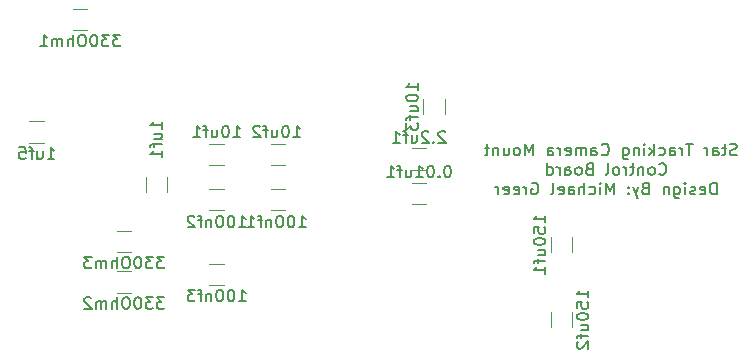
<source format=gbr>
G04 #@! TF.GenerationSoftware,KiCad,Pcbnew,5.1.4-e60b266~84~ubuntu18.04.1*
G04 #@! TF.CreationDate,2019-10-02T13:36:21-06:00*
G04 #@! TF.ProjectId,Star Tracker,53746172-2054-4726-9163-6b65722e6b69,rev?*
G04 #@! TF.SameCoordinates,Original*
G04 #@! TF.FileFunction,Legend,Bot*
G04 #@! TF.FilePolarity,Positive*
%FSLAX46Y46*%
G04 Gerber Fmt 4.6, Leading zero omitted, Abs format (unit mm)*
G04 Created by KiCad (PCBNEW 5.1.4-e60b266~84~ubuntu18.04.1) date 2019-10-02 13:36:21*
%MOMM*%
%LPD*%
G04 APERTURE LIST*
%ADD10C,0.150000*%
%ADD11C,0.120000*%
G04 APERTURE END LIST*
D10*
X168480000Y-74954761D02*
X168337142Y-75002380D01*
X168099047Y-75002380D01*
X168003809Y-74954761D01*
X167956190Y-74907142D01*
X167908571Y-74811904D01*
X167908571Y-74716666D01*
X167956190Y-74621428D01*
X168003809Y-74573809D01*
X168099047Y-74526190D01*
X168289523Y-74478571D01*
X168384761Y-74430952D01*
X168432380Y-74383333D01*
X168480000Y-74288095D01*
X168480000Y-74192857D01*
X168432380Y-74097619D01*
X168384761Y-74050000D01*
X168289523Y-74002380D01*
X168051428Y-74002380D01*
X167908571Y-74050000D01*
X167622857Y-74335714D02*
X167241904Y-74335714D01*
X167480000Y-74002380D02*
X167480000Y-74859523D01*
X167432380Y-74954761D01*
X167337142Y-75002380D01*
X167241904Y-75002380D01*
X166480000Y-75002380D02*
X166480000Y-74478571D01*
X166527619Y-74383333D01*
X166622857Y-74335714D01*
X166813333Y-74335714D01*
X166908571Y-74383333D01*
X166480000Y-74954761D02*
X166575238Y-75002380D01*
X166813333Y-75002380D01*
X166908571Y-74954761D01*
X166956190Y-74859523D01*
X166956190Y-74764285D01*
X166908571Y-74669047D01*
X166813333Y-74621428D01*
X166575238Y-74621428D01*
X166480000Y-74573809D01*
X166003809Y-75002380D02*
X166003809Y-74335714D01*
X166003809Y-74526190D02*
X165956190Y-74430952D01*
X165908571Y-74383333D01*
X165813333Y-74335714D01*
X165718095Y-74335714D01*
X164765714Y-74002380D02*
X164194285Y-74002380D01*
X164480000Y-75002380D02*
X164480000Y-74002380D01*
X163860952Y-75002380D02*
X163860952Y-74335714D01*
X163860952Y-74526190D02*
X163813333Y-74430952D01*
X163765714Y-74383333D01*
X163670476Y-74335714D01*
X163575238Y-74335714D01*
X162813333Y-75002380D02*
X162813333Y-74478571D01*
X162860952Y-74383333D01*
X162956190Y-74335714D01*
X163146666Y-74335714D01*
X163241904Y-74383333D01*
X162813333Y-74954761D02*
X162908571Y-75002380D01*
X163146666Y-75002380D01*
X163241904Y-74954761D01*
X163289523Y-74859523D01*
X163289523Y-74764285D01*
X163241904Y-74669047D01*
X163146666Y-74621428D01*
X162908571Y-74621428D01*
X162813333Y-74573809D01*
X161908571Y-74954761D02*
X162003809Y-75002380D01*
X162194285Y-75002380D01*
X162289523Y-74954761D01*
X162337142Y-74907142D01*
X162384761Y-74811904D01*
X162384761Y-74526190D01*
X162337142Y-74430952D01*
X162289523Y-74383333D01*
X162194285Y-74335714D01*
X162003809Y-74335714D01*
X161908571Y-74383333D01*
X161480000Y-75002380D02*
X161480000Y-74002380D01*
X161384761Y-74621428D02*
X161099047Y-75002380D01*
X161099047Y-74335714D02*
X161480000Y-74716666D01*
X160670476Y-75002380D02*
X160670476Y-74335714D01*
X160670476Y-74002380D02*
X160718095Y-74050000D01*
X160670476Y-74097619D01*
X160622857Y-74050000D01*
X160670476Y-74002380D01*
X160670476Y-74097619D01*
X160194285Y-74335714D02*
X160194285Y-75002380D01*
X160194285Y-74430952D02*
X160146666Y-74383333D01*
X160051428Y-74335714D01*
X159908571Y-74335714D01*
X159813333Y-74383333D01*
X159765714Y-74478571D01*
X159765714Y-75002380D01*
X158860952Y-74335714D02*
X158860952Y-75145238D01*
X158908571Y-75240476D01*
X158956190Y-75288095D01*
X159051428Y-75335714D01*
X159194285Y-75335714D01*
X159289523Y-75288095D01*
X158860952Y-74954761D02*
X158956190Y-75002380D01*
X159146666Y-75002380D01*
X159241904Y-74954761D01*
X159289523Y-74907142D01*
X159337142Y-74811904D01*
X159337142Y-74526190D01*
X159289523Y-74430952D01*
X159241904Y-74383333D01*
X159146666Y-74335714D01*
X158956190Y-74335714D01*
X158860952Y-74383333D01*
X157051428Y-74907142D02*
X157099047Y-74954761D01*
X157241904Y-75002380D01*
X157337142Y-75002380D01*
X157480000Y-74954761D01*
X157575238Y-74859523D01*
X157622857Y-74764285D01*
X157670476Y-74573809D01*
X157670476Y-74430952D01*
X157622857Y-74240476D01*
X157575238Y-74145238D01*
X157480000Y-74050000D01*
X157337142Y-74002380D01*
X157241904Y-74002380D01*
X157099047Y-74050000D01*
X157051428Y-74097619D01*
X156194285Y-75002380D02*
X156194285Y-74478571D01*
X156241904Y-74383333D01*
X156337142Y-74335714D01*
X156527619Y-74335714D01*
X156622857Y-74383333D01*
X156194285Y-74954761D02*
X156289523Y-75002380D01*
X156527619Y-75002380D01*
X156622857Y-74954761D01*
X156670476Y-74859523D01*
X156670476Y-74764285D01*
X156622857Y-74669047D01*
X156527619Y-74621428D01*
X156289523Y-74621428D01*
X156194285Y-74573809D01*
X155718095Y-75002380D02*
X155718095Y-74335714D01*
X155718095Y-74430952D02*
X155670476Y-74383333D01*
X155575238Y-74335714D01*
X155432380Y-74335714D01*
X155337142Y-74383333D01*
X155289523Y-74478571D01*
X155289523Y-75002380D01*
X155289523Y-74478571D02*
X155241904Y-74383333D01*
X155146666Y-74335714D01*
X155003809Y-74335714D01*
X154908571Y-74383333D01*
X154860952Y-74478571D01*
X154860952Y-75002380D01*
X154003809Y-74954761D02*
X154099047Y-75002380D01*
X154289523Y-75002380D01*
X154384761Y-74954761D01*
X154432380Y-74859523D01*
X154432380Y-74478571D01*
X154384761Y-74383333D01*
X154289523Y-74335714D01*
X154099047Y-74335714D01*
X154003809Y-74383333D01*
X153956190Y-74478571D01*
X153956190Y-74573809D01*
X154432380Y-74669047D01*
X153527619Y-75002380D02*
X153527619Y-74335714D01*
X153527619Y-74526190D02*
X153480000Y-74430952D01*
X153432380Y-74383333D01*
X153337142Y-74335714D01*
X153241904Y-74335714D01*
X152480000Y-75002380D02*
X152480000Y-74478571D01*
X152527619Y-74383333D01*
X152622857Y-74335714D01*
X152813333Y-74335714D01*
X152908571Y-74383333D01*
X152480000Y-74954761D02*
X152575238Y-75002380D01*
X152813333Y-75002380D01*
X152908571Y-74954761D01*
X152956190Y-74859523D01*
X152956190Y-74764285D01*
X152908571Y-74669047D01*
X152813333Y-74621428D01*
X152575238Y-74621428D01*
X152480000Y-74573809D01*
X151241904Y-75002380D02*
X151241904Y-74002380D01*
X150908571Y-74716666D01*
X150575238Y-74002380D01*
X150575238Y-75002380D01*
X149956190Y-75002380D02*
X150051428Y-74954761D01*
X150099047Y-74907142D01*
X150146666Y-74811904D01*
X150146666Y-74526190D01*
X150099047Y-74430952D01*
X150051428Y-74383333D01*
X149956190Y-74335714D01*
X149813333Y-74335714D01*
X149718095Y-74383333D01*
X149670476Y-74430952D01*
X149622857Y-74526190D01*
X149622857Y-74811904D01*
X149670476Y-74907142D01*
X149718095Y-74954761D01*
X149813333Y-75002380D01*
X149956190Y-75002380D01*
X148765714Y-74335714D02*
X148765714Y-75002380D01*
X149194285Y-74335714D02*
X149194285Y-74859523D01*
X149146666Y-74954761D01*
X149051428Y-75002380D01*
X148908571Y-75002380D01*
X148813333Y-74954761D01*
X148765714Y-74907142D01*
X148289523Y-74335714D02*
X148289523Y-75002380D01*
X148289523Y-74430952D02*
X148241904Y-74383333D01*
X148146666Y-74335714D01*
X148003809Y-74335714D01*
X147908571Y-74383333D01*
X147860952Y-74478571D01*
X147860952Y-75002380D01*
X147527619Y-74335714D02*
X147146666Y-74335714D01*
X147384761Y-74002380D02*
X147384761Y-74859523D01*
X147337142Y-74954761D01*
X147241904Y-75002380D01*
X147146666Y-75002380D01*
X161932380Y-76557142D02*
X161980000Y-76604761D01*
X162122857Y-76652380D01*
X162218095Y-76652380D01*
X162360952Y-76604761D01*
X162456190Y-76509523D01*
X162503809Y-76414285D01*
X162551428Y-76223809D01*
X162551428Y-76080952D01*
X162503809Y-75890476D01*
X162456190Y-75795238D01*
X162360952Y-75700000D01*
X162218095Y-75652380D01*
X162122857Y-75652380D01*
X161980000Y-75700000D01*
X161932380Y-75747619D01*
X161360952Y-76652380D02*
X161456190Y-76604761D01*
X161503809Y-76557142D01*
X161551428Y-76461904D01*
X161551428Y-76176190D01*
X161503809Y-76080952D01*
X161456190Y-76033333D01*
X161360952Y-75985714D01*
X161218095Y-75985714D01*
X161122857Y-76033333D01*
X161075238Y-76080952D01*
X161027619Y-76176190D01*
X161027619Y-76461904D01*
X161075238Y-76557142D01*
X161122857Y-76604761D01*
X161218095Y-76652380D01*
X161360952Y-76652380D01*
X160599047Y-75985714D02*
X160599047Y-76652380D01*
X160599047Y-76080952D02*
X160551428Y-76033333D01*
X160456190Y-75985714D01*
X160313333Y-75985714D01*
X160218095Y-76033333D01*
X160170476Y-76128571D01*
X160170476Y-76652380D01*
X159837142Y-75985714D02*
X159456190Y-75985714D01*
X159694285Y-75652380D02*
X159694285Y-76509523D01*
X159646666Y-76604761D01*
X159551428Y-76652380D01*
X159456190Y-76652380D01*
X159122857Y-76652380D02*
X159122857Y-75985714D01*
X159122857Y-76176190D02*
X159075238Y-76080952D01*
X159027619Y-76033333D01*
X158932380Y-75985714D01*
X158837142Y-75985714D01*
X158360952Y-76652380D02*
X158456190Y-76604761D01*
X158503809Y-76557142D01*
X158551428Y-76461904D01*
X158551428Y-76176190D01*
X158503809Y-76080952D01*
X158456190Y-76033333D01*
X158360952Y-75985714D01*
X158218095Y-75985714D01*
X158122857Y-76033333D01*
X158075238Y-76080952D01*
X158027619Y-76176190D01*
X158027619Y-76461904D01*
X158075238Y-76557142D01*
X158122857Y-76604761D01*
X158218095Y-76652380D01*
X158360952Y-76652380D01*
X157456190Y-76652380D02*
X157551428Y-76604761D01*
X157599047Y-76509523D01*
X157599047Y-75652380D01*
X155980000Y-76128571D02*
X155837142Y-76176190D01*
X155789523Y-76223809D01*
X155741904Y-76319047D01*
X155741904Y-76461904D01*
X155789523Y-76557142D01*
X155837142Y-76604761D01*
X155932380Y-76652380D01*
X156313333Y-76652380D01*
X156313333Y-75652380D01*
X155980000Y-75652380D01*
X155884761Y-75700000D01*
X155837142Y-75747619D01*
X155789523Y-75842857D01*
X155789523Y-75938095D01*
X155837142Y-76033333D01*
X155884761Y-76080952D01*
X155980000Y-76128571D01*
X156313333Y-76128571D01*
X155170476Y-76652380D02*
X155265714Y-76604761D01*
X155313333Y-76557142D01*
X155360952Y-76461904D01*
X155360952Y-76176190D01*
X155313333Y-76080952D01*
X155265714Y-76033333D01*
X155170476Y-75985714D01*
X155027619Y-75985714D01*
X154932380Y-76033333D01*
X154884761Y-76080952D01*
X154837142Y-76176190D01*
X154837142Y-76461904D01*
X154884761Y-76557142D01*
X154932380Y-76604761D01*
X155027619Y-76652380D01*
X155170476Y-76652380D01*
X153980000Y-76652380D02*
X153980000Y-76128571D01*
X154027619Y-76033333D01*
X154122857Y-75985714D01*
X154313333Y-75985714D01*
X154408571Y-76033333D01*
X153980000Y-76604761D02*
X154075238Y-76652380D01*
X154313333Y-76652380D01*
X154408571Y-76604761D01*
X154456190Y-76509523D01*
X154456190Y-76414285D01*
X154408571Y-76319047D01*
X154313333Y-76271428D01*
X154075238Y-76271428D01*
X153980000Y-76223809D01*
X153503809Y-76652380D02*
X153503809Y-75985714D01*
X153503809Y-76176190D02*
X153456190Y-76080952D01*
X153408571Y-76033333D01*
X153313333Y-75985714D01*
X153218095Y-75985714D01*
X152456190Y-76652380D02*
X152456190Y-75652380D01*
X152456190Y-76604761D02*
X152551428Y-76652380D01*
X152741904Y-76652380D01*
X152837142Y-76604761D01*
X152884761Y-76557142D01*
X152932380Y-76461904D01*
X152932380Y-76176190D01*
X152884761Y-76080952D01*
X152837142Y-76033333D01*
X152741904Y-75985714D01*
X152551428Y-75985714D01*
X152456190Y-76033333D01*
X166789523Y-78302380D02*
X166789523Y-77302380D01*
X166551428Y-77302380D01*
X166408571Y-77350000D01*
X166313333Y-77445238D01*
X166265714Y-77540476D01*
X166218095Y-77730952D01*
X166218095Y-77873809D01*
X166265714Y-78064285D01*
X166313333Y-78159523D01*
X166408571Y-78254761D01*
X166551428Y-78302380D01*
X166789523Y-78302380D01*
X165408571Y-78254761D02*
X165503809Y-78302380D01*
X165694285Y-78302380D01*
X165789523Y-78254761D01*
X165837142Y-78159523D01*
X165837142Y-77778571D01*
X165789523Y-77683333D01*
X165694285Y-77635714D01*
X165503809Y-77635714D01*
X165408571Y-77683333D01*
X165360952Y-77778571D01*
X165360952Y-77873809D01*
X165837142Y-77969047D01*
X164980000Y-78254761D02*
X164884761Y-78302380D01*
X164694285Y-78302380D01*
X164599047Y-78254761D01*
X164551428Y-78159523D01*
X164551428Y-78111904D01*
X164599047Y-78016666D01*
X164694285Y-77969047D01*
X164837142Y-77969047D01*
X164932380Y-77921428D01*
X164980000Y-77826190D01*
X164980000Y-77778571D01*
X164932380Y-77683333D01*
X164837142Y-77635714D01*
X164694285Y-77635714D01*
X164599047Y-77683333D01*
X164122857Y-78302380D02*
X164122857Y-77635714D01*
X164122857Y-77302380D02*
X164170476Y-77350000D01*
X164122857Y-77397619D01*
X164075238Y-77350000D01*
X164122857Y-77302380D01*
X164122857Y-77397619D01*
X163218095Y-77635714D02*
X163218095Y-78445238D01*
X163265714Y-78540476D01*
X163313333Y-78588095D01*
X163408571Y-78635714D01*
X163551428Y-78635714D01*
X163646666Y-78588095D01*
X163218095Y-78254761D02*
X163313333Y-78302380D01*
X163503809Y-78302380D01*
X163599047Y-78254761D01*
X163646666Y-78207142D01*
X163694285Y-78111904D01*
X163694285Y-77826190D01*
X163646666Y-77730952D01*
X163599047Y-77683333D01*
X163503809Y-77635714D01*
X163313333Y-77635714D01*
X163218095Y-77683333D01*
X162741904Y-77635714D02*
X162741904Y-78302380D01*
X162741904Y-77730952D02*
X162694285Y-77683333D01*
X162599047Y-77635714D01*
X162456190Y-77635714D01*
X162360952Y-77683333D01*
X162313333Y-77778571D01*
X162313333Y-78302380D01*
X160741904Y-77778571D02*
X160599047Y-77826190D01*
X160551428Y-77873809D01*
X160503809Y-77969047D01*
X160503809Y-78111904D01*
X160551428Y-78207142D01*
X160599047Y-78254761D01*
X160694285Y-78302380D01*
X161075238Y-78302380D01*
X161075238Y-77302380D01*
X160741904Y-77302380D01*
X160646666Y-77350000D01*
X160599047Y-77397619D01*
X160551428Y-77492857D01*
X160551428Y-77588095D01*
X160599047Y-77683333D01*
X160646666Y-77730952D01*
X160741904Y-77778571D01*
X161075238Y-77778571D01*
X160170476Y-77635714D02*
X159932380Y-78302380D01*
X159694285Y-77635714D02*
X159932380Y-78302380D01*
X160027619Y-78540476D01*
X160075238Y-78588095D01*
X160170476Y-78635714D01*
X159313333Y-78207142D02*
X159265714Y-78254761D01*
X159313333Y-78302380D01*
X159360952Y-78254761D01*
X159313333Y-78207142D01*
X159313333Y-78302380D01*
X159313333Y-77683333D02*
X159265714Y-77730952D01*
X159313333Y-77778571D01*
X159360952Y-77730952D01*
X159313333Y-77683333D01*
X159313333Y-77778571D01*
X158075238Y-78302380D02*
X158075238Y-77302380D01*
X157741904Y-78016666D01*
X157408571Y-77302380D01*
X157408571Y-78302380D01*
X156932380Y-78302380D02*
X156932380Y-77635714D01*
X156932380Y-77302380D02*
X156980000Y-77350000D01*
X156932380Y-77397619D01*
X156884761Y-77350000D01*
X156932380Y-77302380D01*
X156932380Y-77397619D01*
X156027619Y-78254761D02*
X156122857Y-78302380D01*
X156313333Y-78302380D01*
X156408571Y-78254761D01*
X156456190Y-78207142D01*
X156503809Y-78111904D01*
X156503809Y-77826190D01*
X156456190Y-77730952D01*
X156408571Y-77683333D01*
X156313333Y-77635714D01*
X156122857Y-77635714D01*
X156027619Y-77683333D01*
X155599047Y-78302380D02*
X155599047Y-77302380D01*
X155170476Y-78302380D02*
X155170476Y-77778571D01*
X155218095Y-77683333D01*
X155313333Y-77635714D01*
X155456190Y-77635714D01*
X155551428Y-77683333D01*
X155599047Y-77730952D01*
X154265714Y-78302380D02*
X154265714Y-77778571D01*
X154313333Y-77683333D01*
X154408571Y-77635714D01*
X154599047Y-77635714D01*
X154694285Y-77683333D01*
X154265714Y-78254761D02*
X154360952Y-78302380D01*
X154599047Y-78302380D01*
X154694285Y-78254761D01*
X154741904Y-78159523D01*
X154741904Y-78064285D01*
X154694285Y-77969047D01*
X154599047Y-77921428D01*
X154360952Y-77921428D01*
X154265714Y-77873809D01*
X153408571Y-78254761D02*
X153503809Y-78302380D01*
X153694285Y-78302380D01*
X153789523Y-78254761D01*
X153837142Y-78159523D01*
X153837142Y-77778571D01*
X153789523Y-77683333D01*
X153694285Y-77635714D01*
X153503809Y-77635714D01*
X153408571Y-77683333D01*
X153360952Y-77778571D01*
X153360952Y-77873809D01*
X153837142Y-77969047D01*
X152789523Y-78302380D02*
X152884761Y-78254761D01*
X152932380Y-78159523D01*
X152932380Y-77302380D01*
X151122857Y-77350000D02*
X151218095Y-77302380D01*
X151360952Y-77302380D01*
X151503809Y-77350000D01*
X151599047Y-77445238D01*
X151646666Y-77540476D01*
X151694285Y-77730952D01*
X151694285Y-77873809D01*
X151646666Y-78064285D01*
X151599047Y-78159523D01*
X151503809Y-78254761D01*
X151360952Y-78302380D01*
X151265714Y-78302380D01*
X151122857Y-78254761D01*
X151075238Y-78207142D01*
X151075238Y-77873809D01*
X151265714Y-77873809D01*
X150646666Y-78302380D02*
X150646666Y-77635714D01*
X150646666Y-77826190D02*
X150599047Y-77730952D01*
X150551428Y-77683333D01*
X150456190Y-77635714D01*
X150360952Y-77635714D01*
X149646666Y-78254761D02*
X149741904Y-78302380D01*
X149932380Y-78302380D01*
X150027619Y-78254761D01*
X150075238Y-78159523D01*
X150075238Y-77778571D01*
X150027619Y-77683333D01*
X149932380Y-77635714D01*
X149741904Y-77635714D01*
X149646666Y-77683333D01*
X149599047Y-77778571D01*
X149599047Y-77873809D01*
X150075238Y-77969047D01*
X148789523Y-78254761D02*
X148884761Y-78302380D01*
X149075238Y-78302380D01*
X149170476Y-78254761D01*
X149218095Y-78159523D01*
X149218095Y-77778571D01*
X149170476Y-77683333D01*
X149075238Y-77635714D01*
X148884761Y-77635714D01*
X148789523Y-77683333D01*
X148741904Y-77778571D01*
X148741904Y-77873809D01*
X149218095Y-77969047D01*
X148313333Y-78302380D02*
X148313333Y-77635714D01*
X148313333Y-77826190D02*
X148265714Y-77730952D01*
X148218095Y-77683333D01*
X148122857Y-77635714D01*
X148027619Y-77635714D01*
D11*
X142204064Y-77322000D02*
X140999936Y-77322000D01*
X142204064Y-79142000D02*
X140999936Y-79142000D01*
X129067936Y-79650000D02*
X130272064Y-79650000D01*
X129067936Y-77830000D02*
X130272064Y-77830000D01*
X125062064Y-79650000D02*
X123857936Y-79650000D01*
X125062064Y-77830000D02*
X123857936Y-77830000D01*
X123857936Y-86000000D02*
X125062064Y-86000000D01*
X123857936Y-84180000D02*
X125062064Y-84180000D01*
X125062064Y-75840000D02*
X123857936Y-75840000D01*
X125062064Y-74020000D02*
X123857936Y-74020000D01*
X129067936Y-75840000D02*
X130272064Y-75840000D01*
X129067936Y-74020000D02*
X130272064Y-74020000D01*
X141965000Y-70263936D02*
X141965000Y-71468064D01*
X143785000Y-70263936D02*
X143785000Y-71468064D01*
X154580000Y-81947936D02*
X154580000Y-83152064D01*
X152760000Y-81947936D02*
X152760000Y-83152064D01*
X154580000Y-89502064D02*
X154580000Y-88297936D01*
X152760000Y-89502064D02*
X152760000Y-88297936D01*
X120290000Y-76867936D02*
X120290000Y-78072064D01*
X118470000Y-76867936D02*
X118470000Y-78072064D01*
X142207064Y-76221000D02*
X141002936Y-76221000D01*
X142207064Y-74401000D02*
X141002936Y-74401000D01*
X112297936Y-64410000D02*
X113502064Y-64410000D01*
X112297936Y-62590000D02*
X113502064Y-62590000D01*
X116020436Y-84815000D02*
X117224564Y-84815000D01*
X116020436Y-86635000D02*
X117224564Y-86635000D01*
X116020436Y-83206000D02*
X117224564Y-83206000D01*
X116020436Y-81386000D02*
X117224564Y-81386000D01*
X108617936Y-73935000D02*
X109822064Y-73935000D01*
X108617936Y-72115000D02*
X109822064Y-72115000D01*
D10*
X144054380Y-75864380D02*
X143959142Y-75864380D01*
X143863904Y-75912000D01*
X143816285Y-75959619D01*
X143768666Y-76054857D01*
X143721047Y-76245333D01*
X143721047Y-76483428D01*
X143768666Y-76673904D01*
X143816285Y-76769142D01*
X143863904Y-76816761D01*
X143959142Y-76864380D01*
X144054380Y-76864380D01*
X144149619Y-76816761D01*
X144197238Y-76769142D01*
X144244857Y-76673904D01*
X144292476Y-76483428D01*
X144292476Y-76245333D01*
X144244857Y-76054857D01*
X144197238Y-75959619D01*
X144149619Y-75912000D01*
X144054380Y-75864380D01*
X143292476Y-76769142D02*
X143244857Y-76816761D01*
X143292476Y-76864380D01*
X143340095Y-76816761D01*
X143292476Y-76769142D01*
X143292476Y-76864380D01*
X142625809Y-75864380D02*
X142530571Y-75864380D01*
X142435333Y-75912000D01*
X142387714Y-75959619D01*
X142340095Y-76054857D01*
X142292476Y-76245333D01*
X142292476Y-76483428D01*
X142340095Y-76673904D01*
X142387714Y-76769142D01*
X142435333Y-76816761D01*
X142530571Y-76864380D01*
X142625809Y-76864380D01*
X142721047Y-76816761D01*
X142768666Y-76769142D01*
X142816285Y-76673904D01*
X142863904Y-76483428D01*
X142863904Y-76245333D01*
X142816285Y-76054857D01*
X142768666Y-75959619D01*
X142721047Y-75912000D01*
X142625809Y-75864380D01*
X141340095Y-76864380D02*
X141911523Y-76864380D01*
X141625809Y-76864380D02*
X141625809Y-75864380D01*
X141721047Y-76007238D01*
X141816285Y-76102476D01*
X141911523Y-76150095D01*
X140482952Y-76197714D02*
X140482952Y-76864380D01*
X140911523Y-76197714D02*
X140911523Y-76721523D01*
X140863904Y-76816761D01*
X140768666Y-76864380D01*
X140625809Y-76864380D01*
X140530571Y-76816761D01*
X140482952Y-76769142D01*
X140149619Y-76197714D02*
X139768666Y-76197714D01*
X140006761Y-76864380D02*
X140006761Y-76007238D01*
X139959142Y-75912000D01*
X139863904Y-75864380D01*
X139768666Y-75864380D01*
X138911523Y-76864380D02*
X139482952Y-76864380D01*
X139197238Y-76864380D02*
X139197238Y-75864380D01*
X139292476Y-76007238D01*
X139387714Y-76102476D01*
X139482952Y-76150095D01*
X131420952Y-81097380D02*
X131992380Y-81097380D01*
X131706666Y-81097380D02*
X131706666Y-80097380D01*
X131801904Y-80240238D01*
X131897142Y-80335476D01*
X131992380Y-80383095D01*
X130801904Y-80097380D02*
X130706666Y-80097380D01*
X130611428Y-80145000D01*
X130563809Y-80192619D01*
X130516190Y-80287857D01*
X130468571Y-80478333D01*
X130468571Y-80716428D01*
X130516190Y-80906904D01*
X130563809Y-81002142D01*
X130611428Y-81049761D01*
X130706666Y-81097380D01*
X130801904Y-81097380D01*
X130897142Y-81049761D01*
X130944761Y-81002142D01*
X130992380Y-80906904D01*
X131040000Y-80716428D01*
X131040000Y-80478333D01*
X130992380Y-80287857D01*
X130944761Y-80192619D01*
X130897142Y-80145000D01*
X130801904Y-80097380D01*
X129849523Y-80097380D02*
X129754285Y-80097380D01*
X129659047Y-80145000D01*
X129611428Y-80192619D01*
X129563809Y-80287857D01*
X129516190Y-80478333D01*
X129516190Y-80716428D01*
X129563809Y-80906904D01*
X129611428Y-81002142D01*
X129659047Y-81049761D01*
X129754285Y-81097380D01*
X129849523Y-81097380D01*
X129944761Y-81049761D01*
X129992380Y-81002142D01*
X130040000Y-80906904D01*
X130087619Y-80716428D01*
X130087619Y-80478333D01*
X130040000Y-80287857D01*
X129992380Y-80192619D01*
X129944761Y-80145000D01*
X129849523Y-80097380D01*
X129087619Y-80430714D02*
X129087619Y-81097380D01*
X129087619Y-80525952D02*
X129040000Y-80478333D01*
X128944761Y-80430714D01*
X128801904Y-80430714D01*
X128706666Y-80478333D01*
X128659047Y-80573571D01*
X128659047Y-81097380D01*
X128325714Y-80430714D02*
X127944761Y-80430714D01*
X128182857Y-81097380D02*
X128182857Y-80240238D01*
X128135238Y-80145000D01*
X128040000Y-80097380D01*
X127944761Y-80097380D01*
X127087619Y-81097380D02*
X127659047Y-81097380D01*
X127373333Y-81097380D02*
X127373333Y-80097380D01*
X127468571Y-80240238D01*
X127563809Y-80335476D01*
X127659047Y-80383095D01*
X126340952Y-81097380D02*
X126912380Y-81097380D01*
X126626666Y-81097380D02*
X126626666Y-80097380D01*
X126721904Y-80240238D01*
X126817142Y-80335476D01*
X126912380Y-80383095D01*
X125721904Y-80097380D02*
X125626666Y-80097380D01*
X125531428Y-80145000D01*
X125483809Y-80192619D01*
X125436190Y-80287857D01*
X125388571Y-80478333D01*
X125388571Y-80716428D01*
X125436190Y-80906904D01*
X125483809Y-81002142D01*
X125531428Y-81049761D01*
X125626666Y-81097380D01*
X125721904Y-81097380D01*
X125817142Y-81049761D01*
X125864761Y-81002142D01*
X125912380Y-80906904D01*
X125960000Y-80716428D01*
X125960000Y-80478333D01*
X125912380Y-80287857D01*
X125864761Y-80192619D01*
X125817142Y-80145000D01*
X125721904Y-80097380D01*
X124769523Y-80097380D02*
X124674285Y-80097380D01*
X124579047Y-80145000D01*
X124531428Y-80192619D01*
X124483809Y-80287857D01*
X124436190Y-80478333D01*
X124436190Y-80716428D01*
X124483809Y-80906904D01*
X124531428Y-81002142D01*
X124579047Y-81049761D01*
X124674285Y-81097380D01*
X124769523Y-81097380D01*
X124864761Y-81049761D01*
X124912380Y-81002142D01*
X124960000Y-80906904D01*
X125007619Y-80716428D01*
X125007619Y-80478333D01*
X124960000Y-80287857D01*
X124912380Y-80192619D01*
X124864761Y-80145000D01*
X124769523Y-80097380D01*
X124007619Y-80430714D02*
X124007619Y-81097380D01*
X124007619Y-80525952D02*
X123960000Y-80478333D01*
X123864761Y-80430714D01*
X123721904Y-80430714D01*
X123626666Y-80478333D01*
X123579047Y-80573571D01*
X123579047Y-81097380D01*
X123245714Y-80430714D02*
X122864761Y-80430714D01*
X123102857Y-81097380D02*
X123102857Y-80240238D01*
X123055238Y-80145000D01*
X122960000Y-80097380D01*
X122864761Y-80097380D01*
X122579047Y-80192619D02*
X122531428Y-80145000D01*
X122436190Y-80097380D01*
X122198095Y-80097380D01*
X122102857Y-80145000D01*
X122055238Y-80192619D01*
X122007619Y-80287857D01*
X122007619Y-80383095D01*
X122055238Y-80525952D01*
X122626666Y-81097380D01*
X122007619Y-81097380D01*
X126340952Y-87362380D02*
X126912380Y-87362380D01*
X126626666Y-87362380D02*
X126626666Y-86362380D01*
X126721904Y-86505238D01*
X126817142Y-86600476D01*
X126912380Y-86648095D01*
X125721904Y-86362380D02*
X125626666Y-86362380D01*
X125531428Y-86410000D01*
X125483809Y-86457619D01*
X125436190Y-86552857D01*
X125388571Y-86743333D01*
X125388571Y-86981428D01*
X125436190Y-87171904D01*
X125483809Y-87267142D01*
X125531428Y-87314761D01*
X125626666Y-87362380D01*
X125721904Y-87362380D01*
X125817142Y-87314761D01*
X125864761Y-87267142D01*
X125912380Y-87171904D01*
X125960000Y-86981428D01*
X125960000Y-86743333D01*
X125912380Y-86552857D01*
X125864761Y-86457619D01*
X125817142Y-86410000D01*
X125721904Y-86362380D01*
X124769523Y-86362380D02*
X124674285Y-86362380D01*
X124579047Y-86410000D01*
X124531428Y-86457619D01*
X124483809Y-86552857D01*
X124436190Y-86743333D01*
X124436190Y-86981428D01*
X124483809Y-87171904D01*
X124531428Y-87267142D01*
X124579047Y-87314761D01*
X124674285Y-87362380D01*
X124769523Y-87362380D01*
X124864761Y-87314761D01*
X124912380Y-87267142D01*
X124960000Y-87171904D01*
X125007619Y-86981428D01*
X125007619Y-86743333D01*
X124960000Y-86552857D01*
X124912380Y-86457619D01*
X124864761Y-86410000D01*
X124769523Y-86362380D01*
X124007619Y-86695714D02*
X124007619Y-87362380D01*
X124007619Y-86790952D02*
X123960000Y-86743333D01*
X123864761Y-86695714D01*
X123721904Y-86695714D01*
X123626666Y-86743333D01*
X123579047Y-86838571D01*
X123579047Y-87362380D01*
X123245714Y-86695714D02*
X122864761Y-86695714D01*
X123102857Y-87362380D02*
X123102857Y-86505238D01*
X123055238Y-86410000D01*
X122960000Y-86362380D01*
X122864761Y-86362380D01*
X122626666Y-86362380D02*
X122007619Y-86362380D01*
X122340952Y-86743333D01*
X122198095Y-86743333D01*
X122102857Y-86790952D01*
X122055238Y-86838571D01*
X122007619Y-86933809D01*
X122007619Y-87171904D01*
X122055238Y-87267142D01*
X122102857Y-87314761D01*
X122198095Y-87362380D01*
X122483809Y-87362380D01*
X122579047Y-87314761D01*
X122626666Y-87267142D01*
X125864761Y-73477380D02*
X126436190Y-73477380D01*
X126150476Y-73477380D02*
X126150476Y-72477380D01*
X126245714Y-72620238D01*
X126340952Y-72715476D01*
X126436190Y-72763095D01*
X125245714Y-72477380D02*
X125150476Y-72477380D01*
X125055238Y-72525000D01*
X125007619Y-72572619D01*
X124960000Y-72667857D01*
X124912380Y-72858333D01*
X124912380Y-73096428D01*
X124960000Y-73286904D01*
X125007619Y-73382142D01*
X125055238Y-73429761D01*
X125150476Y-73477380D01*
X125245714Y-73477380D01*
X125340952Y-73429761D01*
X125388571Y-73382142D01*
X125436190Y-73286904D01*
X125483809Y-73096428D01*
X125483809Y-72858333D01*
X125436190Y-72667857D01*
X125388571Y-72572619D01*
X125340952Y-72525000D01*
X125245714Y-72477380D01*
X124055238Y-72810714D02*
X124055238Y-73477380D01*
X124483809Y-72810714D02*
X124483809Y-73334523D01*
X124436190Y-73429761D01*
X124340952Y-73477380D01*
X124198095Y-73477380D01*
X124102857Y-73429761D01*
X124055238Y-73382142D01*
X123721904Y-72810714D02*
X123340952Y-72810714D01*
X123579047Y-73477380D02*
X123579047Y-72620238D01*
X123531428Y-72525000D01*
X123436190Y-72477380D01*
X123340952Y-72477380D01*
X122483809Y-73477380D02*
X123055238Y-73477380D01*
X122769523Y-73477380D02*
X122769523Y-72477380D01*
X122864761Y-72620238D01*
X122960000Y-72715476D01*
X123055238Y-72763095D01*
X130944761Y-73477380D02*
X131516190Y-73477380D01*
X131230476Y-73477380D02*
X131230476Y-72477380D01*
X131325714Y-72620238D01*
X131420952Y-72715476D01*
X131516190Y-72763095D01*
X130325714Y-72477380D02*
X130230476Y-72477380D01*
X130135238Y-72525000D01*
X130087619Y-72572619D01*
X130040000Y-72667857D01*
X129992380Y-72858333D01*
X129992380Y-73096428D01*
X130040000Y-73286904D01*
X130087619Y-73382142D01*
X130135238Y-73429761D01*
X130230476Y-73477380D01*
X130325714Y-73477380D01*
X130420952Y-73429761D01*
X130468571Y-73382142D01*
X130516190Y-73286904D01*
X130563809Y-73096428D01*
X130563809Y-72858333D01*
X130516190Y-72667857D01*
X130468571Y-72572619D01*
X130420952Y-72525000D01*
X130325714Y-72477380D01*
X129135238Y-72810714D02*
X129135238Y-73477380D01*
X129563809Y-72810714D02*
X129563809Y-73334523D01*
X129516190Y-73429761D01*
X129420952Y-73477380D01*
X129278095Y-73477380D01*
X129182857Y-73429761D01*
X129135238Y-73382142D01*
X128801904Y-72810714D02*
X128420952Y-72810714D01*
X128659047Y-73477380D02*
X128659047Y-72620238D01*
X128611428Y-72525000D01*
X128516190Y-72477380D01*
X128420952Y-72477380D01*
X128135238Y-72572619D02*
X128087619Y-72525000D01*
X127992380Y-72477380D01*
X127754285Y-72477380D01*
X127659047Y-72525000D01*
X127611428Y-72572619D01*
X127563809Y-72667857D01*
X127563809Y-72763095D01*
X127611428Y-72905952D01*
X128182857Y-73477380D01*
X127563809Y-73477380D01*
X141507380Y-69461238D02*
X141507380Y-68889809D01*
X141507380Y-69175523D02*
X140507380Y-69175523D01*
X140650238Y-69080285D01*
X140745476Y-68985047D01*
X140793095Y-68889809D01*
X140507380Y-70080285D02*
X140507380Y-70175523D01*
X140555000Y-70270761D01*
X140602619Y-70318380D01*
X140697857Y-70366000D01*
X140888333Y-70413619D01*
X141126428Y-70413619D01*
X141316904Y-70366000D01*
X141412142Y-70318380D01*
X141459761Y-70270761D01*
X141507380Y-70175523D01*
X141507380Y-70080285D01*
X141459761Y-69985047D01*
X141412142Y-69937428D01*
X141316904Y-69889809D01*
X141126428Y-69842190D01*
X140888333Y-69842190D01*
X140697857Y-69889809D01*
X140602619Y-69937428D01*
X140555000Y-69985047D01*
X140507380Y-70080285D01*
X140840714Y-71270761D02*
X141507380Y-71270761D01*
X140840714Y-70842190D02*
X141364523Y-70842190D01*
X141459761Y-70889809D01*
X141507380Y-70985047D01*
X141507380Y-71127904D01*
X141459761Y-71223142D01*
X141412142Y-71270761D01*
X140840714Y-71604095D02*
X140840714Y-71985047D01*
X141507380Y-71746952D02*
X140650238Y-71746952D01*
X140555000Y-71794571D01*
X140507380Y-71889809D01*
X140507380Y-71985047D01*
X140507380Y-72223142D02*
X140507380Y-72842190D01*
X140888333Y-72508857D01*
X140888333Y-72651714D01*
X140935952Y-72746952D01*
X140983571Y-72794571D01*
X141078809Y-72842190D01*
X141316904Y-72842190D01*
X141412142Y-72794571D01*
X141459761Y-72746952D01*
X141507380Y-72651714D01*
X141507380Y-72366000D01*
X141459761Y-72270761D01*
X141412142Y-72223142D01*
X152302380Y-80669047D02*
X152302380Y-80097619D01*
X152302380Y-80383333D02*
X151302380Y-80383333D01*
X151445238Y-80288095D01*
X151540476Y-80192857D01*
X151588095Y-80097619D01*
X151302380Y-81573809D02*
X151302380Y-81097619D01*
X151778571Y-81050000D01*
X151730952Y-81097619D01*
X151683333Y-81192857D01*
X151683333Y-81430952D01*
X151730952Y-81526190D01*
X151778571Y-81573809D01*
X151873809Y-81621428D01*
X152111904Y-81621428D01*
X152207142Y-81573809D01*
X152254761Y-81526190D01*
X152302380Y-81430952D01*
X152302380Y-81192857D01*
X152254761Y-81097619D01*
X152207142Y-81050000D01*
X151302380Y-82240476D02*
X151302380Y-82335714D01*
X151350000Y-82430952D01*
X151397619Y-82478571D01*
X151492857Y-82526190D01*
X151683333Y-82573809D01*
X151921428Y-82573809D01*
X152111904Y-82526190D01*
X152207142Y-82478571D01*
X152254761Y-82430952D01*
X152302380Y-82335714D01*
X152302380Y-82240476D01*
X152254761Y-82145238D01*
X152207142Y-82097619D01*
X152111904Y-82050000D01*
X151921428Y-82002380D01*
X151683333Y-82002380D01*
X151492857Y-82050000D01*
X151397619Y-82097619D01*
X151350000Y-82145238D01*
X151302380Y-82240476D01*
X151635714Y-83430952D02*
X152302380Y-83430952D01*
X151635714Y-83002380D02*
X152159523Y-83002380D01*
X152254761Y-83050000D01*
X152302380Y-83145238D01*
X152302380Y-83288095D01*
X152254761Y-83383333D01*
X152207142Y-83430952D01*
X151635714Y-83764285D02*
X151635714Y-84145238D01*
X152302380Y-83907142D02*
X151445238Y-83907142D01*
X151350000Y-83954761D01*
X151302380Y-84050000D01*
X151302380Y-84145238D01*
X152302380Y-85002380D02*
X152302380Y-84430952D01*
X152302380Y-84716666D02*
X151302380Y-84716666D01*
X151445238Y-84621428D01*
X151540476Y-84526190D01*
X151588095Y-84430952D01*
X155942380Y-87019047D02*
X155942380Y-86447619D01*
X155942380Y-86733333D02*
X154942380Y-86733333D01*
X155085238Y-86638095D01*
X155180476Y-86542857D01*
X155228095Y-86447619D01*
X154942380Y-87923809D02*
X154942380Y-87447619D01*
X155418571Y-87400000D01*
X155370952Y-87447619D01*
X155323333Y-87542857D01*
X155323333Y-87780952D01*
X155370952Y-87876190D01*
X155418571Y-87923809D01*
X155513809Y-87971428D01*
X155751904Y-87971428D01*
X155847142Y-87923809D01*
X155894761Y-87876190D01*
X155942380Y-87780952D01*
X155942380Y-87542857D01*
X155894761Y-87447619D01*
X155847142Y-87400000D01*
X154942380Y-88590476D02*
X154942380Y-88685714D01*
X154990000Y-88780952D01*
X155037619Y-88828571D01*
X155132857Y-88876190D01*
X155323333Y-88923809D01*
X155561428Y-88923809D01*
X155751904Y-88876190D01*
X155847142Y-88828571D01*
X155894761Y-88780952D01*
X155942380Y-88685714D01*
X155942380Y-88590476D01*
X155894761Y-88495238D01*
X155847142Y-88447619D01*
X155751904Y-88400000D01*
X155561428Y-88352380D01*
X155323333Y-88352380D01*
X155132857Y-88400000D01*
X155037619Y-88447619D01*
X154990000Y-88495238D01*
X154942380Y-88590476D01*
X155275714Y-89780952D02*
X155942380Y-89780952D01*
X155275714Y-89352380D02*
X155799523Y-89352380D01*
X155894761Y-89400000D01*
X155942380Y-89495238D01*
X155942380Y-89638095D01*
X155894761Y-89733333D01*
X155847142Y-89780952D01*
X155275714Y-90114285D02*
X155275714Y-90495238D01*
X155942380Y-90257142D02*
X155085238Y-90257142D01*
X154990000Y-90304761D01*
X154942380Y-90400000D01*
X154942380Y-90495238D01*
X155037619Y-90780952D02*
X154990000Y-90828571D01*
X154942380Y-90923809D01*
X154942380Y-91161904D01*
X154990000Y-91257142D01*
X155037619Y-91304761D01*
X155132857Y-91352380D01*
X155228095Y-91352380D01*
X155370952Y-91304761D01*
X155942380Y-90733333D01*
X155942380Y-91352380D01*
X119832380Y-72731428D02*
X119832380Y-72160000D01*
X119832380Y-72445714D02*
X118832380Y-72445714D01*
X118975238Y-72350476D01*
X119070476Y-72255238D01*
X119118095Y-72160000D01*
X119165714Y-73588571D02*
X119832380Y-73588571D01*
X119165714Y-73160000D02*
X119689523Y-73160000D01*
X119784761Y-73207619D01*
X119832380Y-73302857D01*
X119832380Y-73445714D01*
X119784761Y-73540952D01*
X119737142Y-73588571D01*
X119165714Y-73921904D02*
X119165714Y-74302857D01*
X119832380Y-74064761D02*
X118975238Y-74064761D01*
X118880000Y-74112380D01*
X118832380Y-74207619D01*
X118832380Y-74302857D01*
X119832380Y-75160000D02*
X119832380Y-74588571D01*
X119832380Y-74874285D02*
X118832380Y-74874285D01*
X118975238Y-74779047D01*
X119070476Y-74683809D01*
X119118095Y-74588571D01*
X143819285Y-73038619D02*
X143771666Y-72991000D01*
X143676428Y-72943380D01*
X143438333Y-72943380D01*
X143343095Y-72991000D01*
X143295476Y-73038619D01*
X143247857Y-73133857D01*
X143247857Y-73229095D01*
X143295476Y-73371952D01*
X143866904Y-73943380D01*
X143247857Y-73943380D01*
X142819285Y-73848142D02*
X142771666Y-73895761D01*
X142819285Y-73943380D01*
X142866904Y-73895761D01*
X142819285Y-73848142D01*
X142819285Y-73943380D01*
X142390714Y-73038619D02*
X142343095Y-72991000D01*
X142247857Y-72943380D01*
X142009761Y-72943380D01*
X141914523Y-72991000D01*
X141866904Y-73038619D01*
X141819285Y-73133857D01*
X141819285Y-73229095D01*
X141866904Y-73371952D01*
X142438333Y-73943380D01*
X141819285Y-73943380D01*
X140962142Y-73276714D02*
X140962142Y-73943380D01*
X141390714Y-73276714D02*
X141390714Y-73800523D01*
X141343095Y-73895761D01*
X141247857Y-73943380D01*
X141105000Y-73943380D01*
X141009761Y-73895761D01*
X140962142Y-73848142D01*
X140628809Y-73276714D02*
X140247857Y-73276714D01*
X140485952Y-73943380D02*
X140485952Y-73086238D01*
X140438333Y-72991000D01*
X140343095Y-72943380D01*
X140247857Y-72943380D01*
X139390714Y-73943380D02*
X139962142Y-73943380D01*
X139676428Y-73943380D02*
X139676428Y-72943380D01*
X139771666Y-73086238D01*
X139866904Y-73181476D01*
X139962142Y-73229095D01*
X116304761Y-64772380D02*
X115685714Y-64772380D01*
X116019047Y-65153333D01*
X115876190Y-65153333D01*
X115780952Y-65200952D01*
X115733333Y-65248571D01*
X115685714Y-65343809D01*
X115685714Y-65581904D01*
X115733333Y-65677142D01*
X115780952Y-65724761D01*
X115876190Y-65772380D01*
X116161904Y-65772380D01*
X116257142Y-65724761D01*
X116304761Y-65677142D01*
X115352380Y-64772380D02*
X114733333Y-64772380D01*
X115066666Y-65153333D01*
X114923809Y-65153333D01*
X114828571Y-65200952D01*
X114780952Y-65248571D01*
X114733333Y-65343809D01*
X114733333Y-65581904D01*
X114780952Y-65677142D01*
X114828571Y-65724761D01*
X114923809Y-65772380D01*
X115209523Y-65772380D01*
X115304761Y-65724761D01*
X115352380Y-65677142D01*
X114114285Y-64772380D02*
X114019047Y-64772380D01*
X113923809Y-64820000D01*
X113876190Y-64867619D01*
X113828571Y-64962857D01*
X113780952Y-65153333D01*
X113780952Y-65391428D01*
X113828571Y-65581904D01*
X113876190Y-65677142D01*
X113923809Y-65724761D01*
X114019047Y-65772380D01*
X114114285Y-65772380D01*
X114209523Y-65724761D01*
X114257142Y-65677142D01*
X114304761Y-65581904D01*
X114352380Y-65391428D01*
X114352380Y-65153333D01*
X114304761Y-64962857D01*
X114257142Y-64867619D01*
X114209523Y-64820000D01*
X114114285Y-64772380D01*
X113161904Y-64772380D02*
X112971428Y-64772380D01*
X112876190Y-64820000D01*
X112780952Y-64915238D01*
X112733333Y-65105714D01*
X112733333Y-65439047D01*
X112780952Y-65629523D01*
X112876190Y-65724761D01*
X112971428Y-65772380D01*
X113161904Y-65772380D01*
X113257142Y-65724761D01*
X113352380Y-65629523D01*
X113400000Y-65439047D01*
X113400000Y-65105714D01*
X113352380Y-64915238D01*
X113257142Y-64820000D01*
X113161904Y-64772380D01*
X112304761Y-65772380D02*
X112304761Y-64772380D01*
X111876190Y-65772380D02*
X111876190Y-65248571D01*
X111923809Y-65153333D01*
X112019047Y-65105714D01*
X112161904Y-65105714D01*
X112257142Y-65153333D01*
X112304761Y-65200952D01*
X111400000Y-65772380D02*
X111400000Y-65105714D01*
X111400000Y-65200952D02*
X111352380Y-65153333D01*
X111257142Y-65105714D01*
X111114285Y-65105714D01*
X111019047Y-65153333D01*
X110971428Y-65248571D01*
X110971428Y-65772380D01*
X110971428Y-65248571D02*
X110923809Y-65153333D01*
X110828571Y-65105714D01*
X110685714Y-65105714D01*
X110590476Y-65153333D01*
X110542857Y-65248571D01*
X110542857Y-65772380D01*
X109542857Y-65772380D02*
X110114285Y-65772380D01*
X109828571Y-65772380D02*
X109828571Y-64772380D01*
X109923809Y-64915238D01*
X110019047Y-65010476D01*
X110114285Y-65058095D01*
X120027261Y-86997380D02*
X119408214Y-86997380D01*
X119741547Y-87378333D01*
X119598690Y-87378333D01*
X119503452Y-87425952D01*
X119455833Y-87473571D01*
X119408214Y-87568809D01*
X119408214Y-87806904D01*
X119455833Y-87902142D01*
X119503452Y-87949761D01*
X119598690Y-87997380D01*
X119884404Y-87997380D01*
X119979642Y-87949761D01*
X120027261Y-87902142D01*
X119074880Y-86997380D02*
X118455833Y-86997380D01*
X118789166Y-87378333D01*
X118646309Y-87378333D01*
X118551071Y-87425952D01*
X118503452Y-87473571D01*
X118455833Y-87568809D01*
X118455833Y-87806904D01*
X118503452Y-87902142D01*
X118551071Y-87949761D01*
X118646309Y-87997380D01*
X118932023Y-87997380D01*
X119027261Y-87949761D01*
X119074880Y-87902142D01*
X117836785Y-86997380D02*
X117741547Y-86997380D01*
X117646309Y-87045000D01*
X117598690Y-87092619D01*
X117551071Y-87187857D01*
X117503452Y-87378333D01*
X117503452Y-87616428D01*
X117551071Y-87806904D01*
X117598690Y-87902142D01*
X117646309Y-87949761D01*
X117741547Y-87997380D01*
X117836785Y-87997380D01*
X117932023Y-87949761D01*
X117979642Y-87902142D01*
X118027261Y-87806904D01*
X118074880Y-87616428D01*
X118074880Y-87378333D01*
X118027261Y-87187857D01*
X117979642Y-87092619D01*
X117932023Y-87045000D01*
X117836785Y-86997380D01*
X116884404Y-86997380D02*
X116693928Y-86997380D01*
X116598690Y-87045000D01*
X116503452Y-87140238D01*
X116455833Y-87330714D01*
X116455833Y-87664047D01*
X116503452Y-87854523D01*
X116598690Y-87949761D01*
X116693928Y-87997380D01*
X116884404Y-87997380D01*
X116979642Y-87949761D01*
X117074880Y-87854523D01*
X117122500Y-87664047D01*
X117122500Y-87330714D01*
X117074880Y-87140238D01*
X116979642Y-87045000D01*
X116884404Y-86997380D01*
X116027261Y-87997380D02*
X116027261Y-86997380D01*
X115598690Y-87997380D02*
X115598690Y-87473571D01*
X115646309Y-87378333D01*
X115741547Y-87330714D01*
X115884404Y-87330714D01*
X115979642Y-87378333D01*
X116027261Y-87425952D01*
X115122500Y-87997380D02*
X115122500Y-87330714D01*
X115122500Y-87425952D02*
X115074880Y-87378333D01*
X114979642Y-87330714D01*
X114836785Y-87330714D01*
X114741547Y-87378333D01*
X114693928Y-87473571D01*
X114693928Y-87997380D01*
X114693928Y-87473571D02*
X114646309Y-87378333D01*
X114551071Y-87330714D01*
X114408214Y-87330714D01*
X114312976Y-87378333D01*
X114265357Y-87473571D01*
X114265357Y-87997380D01*
X113836785Y-87092619D02*
X113789166Y-87045000D01*
X113693928Y-86997380D01*
X113455833Y-86997380D01*
X113360595Y-87045000D01*
X113312976Y-87092619D01*
X113265357Y-87187857D01*
X113265357Y-87283095D01*
X113312976Y-87425952D01*
X113884404Y-87997380D01*
X113265357Y-87997380D01*
X120027261Y-83568380D02*
X119408214Y-83568380D01*
X119741547Y-83949333D01*
X119598690Y-83949333D01*
X119503452Y-83996952D01*
X119455833Y-84044571D01*
X119408214Y-84139809D01*
X119408214Y-84377904D01*
X119455833Y-84473142D01*
X119503452Y-84520761D01*
X119598690Y-84568380D01*
X119884404Y-84568380D01*
X119979642Y-84520761D01*
X120027261Y-84473142D01*
X119074880Y-83568380D02*
X118455833Y-83568380D01*
X118789166Y-83949333D01*
X118646309Y-83949333D01*
X118551071Y-83996952D01*
X118503452Y-84044571D01*
X118455833Y-84139809D01*
X118455833Y-84377904D01*
X118503452Y-84473142D01*
X118551071Y-84520761D01*
X118646309Y-84568380D01*
X118932023Y-84568380D01*
X119027261Y-84520761D01*
X119074880Y-84473142D01*
X117836785Y-83568380D02*
X117741547Y-83568380D01*
X117646309Y-83616000D01*
X117598690Y-83663619D01*
X117551071Y-83758857D01*
X117503452Y-83949333D01*
X117503452Y-84187428D01*
X117551071Y-84377904D01*
X117598690Y-84473142D01*
X117646309Y-84520761D01*
X117741547Y-84568380D01*
X117836785Y-84568380D01*
X117932023Y-84520761D01*
X117979642Y-84473142D01*
X118027261Y-84377904D01*
X118074880Y-84187428D01*
X118074880Y-83949333D01*
X118027261Y-83758857D01*
X117979642Y-83663619D01*
X117932023Y-83616000D01*
X117836785Y-83568380D01*
X116884404Y-83568380D02*
X116693928Y-83568380D01*
X116598690Y-83616000D01*
X116503452Y-83711238D01*
X116455833Y-83901714D01*
X116455833Y-84235047D01*
X116503452Y-84425523D01*
X116598690Y-84520761D01*
X116693928Y-84568380D01*
X116884404Y-84568380D01*
X116979642Y-84520761D01*
X117074880Y-84425523D01*
X117122500Y-84235047D01*
X117122500Y-83901714D01*
X117074880Y-83711238D01*
X116979642Y-83616000D01*
X116884404Y-83568380D01*
X116027261Y-84568380D02*
X116027261Y-83568380D01*
X115598690Y-84568380D02*
X115598690Y-84044571D01*
X115646309Y-83949333D01*
X115741547Y-83901714D01*
X115884404Y-83901714D01*
X115979642Y-83949333D01*
X116027261Y-83996952D01*
X115122500Y-84568380D02*
X115122500Y-83901714D01*
X115122500Y-83996952D02*
X115074880Y-83949333D01*
X114979642Y-83901714D01*
X114836785Y-83901714D01*
X114741547Y-83949333D01*
X114693928Y-84044571D01*
X114693928Y-84568380D01*
X114693928Y-84044571D02*
X114646309Y-83949333D01*
X114551071Y-83901714D01*
X114408214Y-83901714D01*
X114312976Y-83949333D01*
X114265357Y-84044571D01*
X114265357Y-84568380D01*
X113884404Y-83568380D02*
X113265357Y-83568380D01*
X113598690Y-83949333D01*
X113455833Y-83949333D01*
X113360595Y-83996952D01*
X113312976Y-84044571D01*
X113265357Y-84139809D01*
X113265357Y-84377904D01*
X113312976Y-84473142D01*
X113360595Y-84520761D01*
X113455833Y-84568380D01*
X113741547Y-84568380D01*
X113836785Y-84520761D01*
X113884404Y-84473142D01*
X110148571Y-75297380D02*
X110720000Y-75297380D01*
X110434285Y-75297380D02*
X110434285Y-74297380D01*
X110529523Y-74440238D01*
X110624761Y-74535476D01*
X110720000Y-74583095D01*
X109291428Y-74630714D02*
X109291428Y-75297380D01*
X109720000Y-74630714D02*
X109720000Y-75154523D01*
X109672380Y-75249761D01*
X109577142Y-75297380D01*
X109434285Y-75297380D01*
X109339047Y-75249761D01*
X109291428Y-75202142D01*
X108958095Y-74630714D02*
X108577142Y-74630714D01*
X108815238Y-75297380D02*
X108815238Y-74440238D01*
X108767619Y-74345000D01*
X108672380Y-74297380D01*
X108577142Y-74297380D01*
X107767619Y-74297380D02*
X108243809Y-74297380D01*
X108291428Y-74773571D01*
X108243809Y-74725952D01*
X108148571Y-74678333D01*
X107910476Y-74678333D01*
X107815238Y-74725952D01*
X107767619Y-74773571D01*
X107720000Y-74868809D01*
X107720000Y-75106904D01*
X107767619Y-75202142D01*
X107815238Y-75249761D01*
X107910476Y-75297380D01*
X108148571Y-75297380D01*
X108243809Y-75249761D01*
X108291428Y-75202142D01*
M02*

</source>
